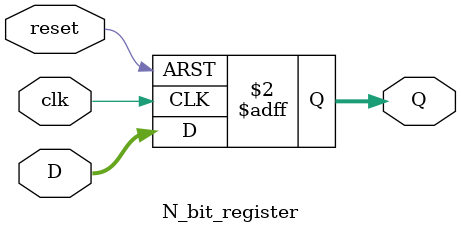
<source format=v>
module N_bit_register #(parameter N = 8) (
    input [N-1:0] D,      // Input data (N bits)
    input clk,             // Clock signal
    input reset,           // Reset signal (active high)
    output reg [N-1:0] Q   // Output data (N bits)
);

    // Always block for updating register on the rising edge of the clock
    always @(posedge clk or posedge reset) begin
        if (reset) 
            Q <= 0;      // Reset the register to 0
        else
            Q <= D;      // Load the input data (D) into the register
    end

endmodule


</source>
